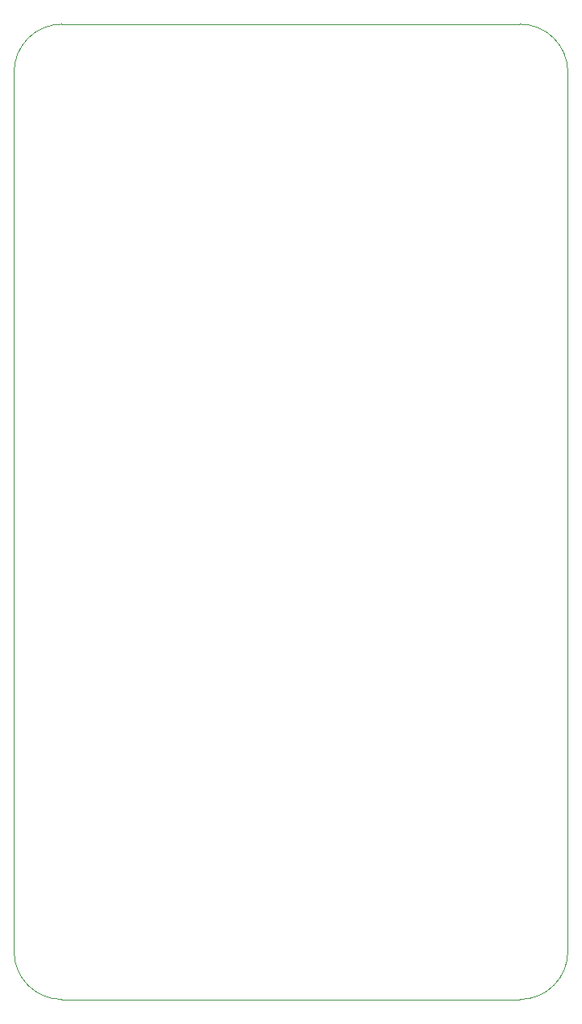
<source format=gbr>
%TF.GenerationSoftware,KiCad,Pcbnew,9.0.4*%
%TF.CreationDate,2025-11-10T15:19:37-05:00*%
%TF.ProjectId,lwqms_receiver,6c77716d-735f-4726-9563-65697665722e,rev?*%
%TF.SameCoordinates,Original*%
%TF.FileFunction,Profile,NP*%
%FSLAX46Y46*%
G04 Gerber Fmt 4.6, Leading zero omitted, Abs format (unit mm)*
G04 Created by KiCad (PCBNEW 9.0.4) date 2025-11-10 15:19:37*
%MOMM*%
%LPD*%
G01*
G04 APERTURE LIST*
%TA.AperFunction,Profile*%
%ADD10C,0.050000*%
%TD*%
G04 APERTURE END LIST*
D10*
X112000000Y-146000000D02*
G75*
G02*
X107000000Y-141000000I0J5000000D01*
G01*
X160000000Y-146000000D02*
X112000000Y-146000000D01*
X165000000Y-49000000D02*
X165000000Y-141000000D01*
X112000000Y-44000000D02*
X160000000Y-44000000D01*
X160000000Y-44000000D02*
G75*
G02*
X165000000Y-49000000I0J-5000000D01*
G01*
X107000000Y-141000000D02*
X107000000Y-49000000D01*
X107000000Y-49000000D02*
G75*
G02*
X112000000Y-44000000I5000000J0D01*
G01*
X165000000Y-141000000D02*
G75*
G02*
X160000000Y-146000000I-5000000J0D01*
G01*
M02*

</source>
